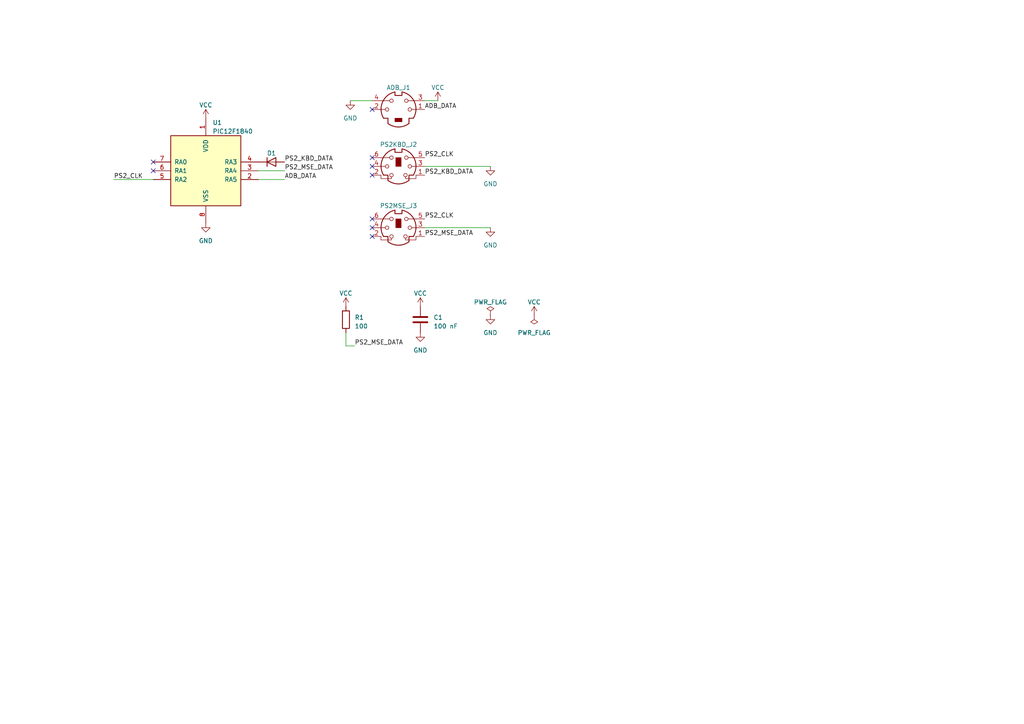
<source format=kicad_sch>
(kicad_sch (version 20230121) (generator eeschema)
  (paper "A4")
  (lib_symbols
    (symbol "Connector:Mini-DIN-4" (pin_names (offset 1.016))
      (property "Reference" "J" (at 0 6.35 0))
      (property "Value" "Mini-DIN-4" (at 0 -6.35 0))
      (symbol "Mini-DIN-4_0_1"
        (circle (center -3.302 0) (radius 0.508))
        (arc (start -3.048 -4.064) (mid 0 -5.08) (end 3.048 -4.064) (stroke (width 0.254)))
        (circle (center -2.032 2.54) (radius 0.508))
        (rectangle (start -1.016 -2.54) (end 1.016 -3.556) (fill (type outline)))
        (arc (start -1.016 5.08) (mid -4.6228 2.1214) (end -4.318 -2.54) (stroke (width 0.254)))
        (polyline (pts (xy -3.81 0) (xy -5.08 0)))
        (polyline (pts (xy -2.54 2.54) (xy -5.08 2.54)))
        (polyline (pts (xy 2.794 2.54) (xy 5.08 2.54)))
        (polyline (pts (xy 5.08 0) (xy 3.81 0)))
        (polyline (pts (xy -4.318 -2.54) (xy -3.048 -2.54) (xy -3.048 -4.064)) (stroke (width 0.254)))
        (polyline (pts (xy 4.318 -2.54) (xy 3.048 -2.54) (xy 3.048 -4.064)) (stroke (width 0.254)))
        (polyline (pts (xy -1.016 5.08) (xy -1.016 4.064) (xy 1.016 4.064) (xy 1.016 5.08)) (stroke (width 0.254)))
        (circle (center 2.286 2.54) (radius 0.508))
        (circle (center 3.302 0) (radius 0.508))
        (arc (start 4.318 -2.54) (mid 4.6661 2.1322) (end 1.016 5.08) (stroke (width 0.254)))
      )
      (symbol "Mini-DIN-4_1_1"
        (pin passive line (at 7.62 0 180) (length 2.54) (name "~") (number "1"))
        (pin passive line (at -7.62 0 0) (length 2.54) (name "~") (number "2"))
        (pin passive line (at 7.62 2.54 180) (length 2.54) (name "~") (number "3"))
        (pin passive line (at -7.62 2.54 0) (length 2.54) (name "~") (number "4"))
      )
    )
    (symbol "Connector:Mini-DIN-6" (pin_names (offset 1.016))
      (property "Reference" "J" (at 0 6.35 0))
      (property "Value" "Mini-DIN-6" (at 0 -6.35 0))
      (symbol "Mini-DIN-6_0_1"
        (circle (center -3.302 0) (radius 0.508))
        (arc (start -3.048 -4.064) (mid 0 -5.08) (end 3.048 -4.064) (stroke (width 0.254)))
        (circle (center -2.032 -2.54) (radius 0.508))
        (circle (center -2.032 2.54) (radius 0.508))
        (arc (start -1.016 5.08) (mid -4.6228 2.1214) (end -4.318 -2.54) (stroke (width 0.254)))
        (rectangle (start -0.762 2.54) (end 0.762 0) (fill (type outline)))
        (polyline (pts (xy -3.81 0) (xy -5.08 0)))
        (polyline (pts (xy -2.54 2.54) (xy -5.08 2.54)))
        (polyline (pts (xy 2.794 2.54) (xy 5.08 2.54)))
        (polyline (pts (xy 5.08 0) (xy 3.81 0)))
        (polyline (pts (xy -4.318 -2.54) (xy -3.048 -2.54) (xy -3.048 -4.064)) (stroke (width 0.254)))
        (polyline (pts (xy 4.318 -2.54) (xy 3.048 -2.54) (xy 3.048 -4.064)) (stroke (width 0.254)))
        (polyline (pts (xy -2.032 -3.048) (xy -2.032 -3.556) (xy -5.08 -3.556) (xy -5.08 -2.54)))
        (polyline (pts (xy -1.016 5.08) (xy -1.016 4.064) (xy 1.016 4.064) (xy 1.016 5.08)) (stroke (width 0.254)))
        (polyline (pts (xy 2.032 -3.048) (xy 2.032 -3.556) (xy 5.08 -3.556) (xy 5.08 -2.54)))
        (circle (center 2.032 -2.54) (radius 0.508))
        (circle (center 2.286 2.54) (radius 0.508))
        (circle (center 3.302 0) (radius 0.508))
        (arc (start 4.318 -2.54) (mid 4.6661 2.1322) (end 1.016 5.08) (stroke (width 0.254)))
      )
      (symbol "Mini-DIN-6_1_1"
        (pin passive line (at 7.62 -2.54 180) (length 2.54) (name "~") (number "1"))
        (pin passive line (at -7.62 -2.54 0) (length 2.54) (name "~") (number "2"))
        (pin passive line (at 7.62 0 180) (length 2.54) (name "~") (number "3"))
        (pin passive line (at -7.62 0 0) (length 2.54) (name "~") (number "4"))
        (pin passive line (at 7.62 2.54 180) (length 2.54) (name "~") (number "5"))
        (pin passive line (at -7.62 2.54 0) (length 2.54) (name "~") (number "6"))
      )
    )
    (symbol "Device:C" (pin_numbers hide) (pin_names (offset 0.254))
      (property "Reference" "C" (at 0.635 2.54 0))
      (property "Value" "C" (at 0.635 -2.54 0))
      (symbol "C_0_1"
        (polyline (pts (xy -2.032 -0.762) (xy 2.032 -0.762)) (stroke (width 0.508)))
        (polyline (pts (xy -2.032 0.762) (xy 2.032 0.762)) (stroke (width 0.508)))
      )
      (symbol "C_1_1"
        (pin passive line (at 0 3.81 270) (length 2.794) (name "~") (number "1"))
        (pin passive line (at 0 -3.81 90) (length 2.794) (name "~") (number "2"))
      )
    )
    (symbol "Device:R" (pin_numbers hide) (pin_names (offset 0))
      (property "Reference" "R" (at 2.032 0 90))
      (property "Value" "R" (at 0 0 90))
      (symbol "R_0_1"
        (rectangle (start -1.016 -2.54) (end 1.016 2.54) (stroke (width 0.254)))
      )
      (symbol "R_1_1"
        (pin passive line (at 0 3.81 270) (length 1.27) (name "~") (number "1"))
        (pin passive line (at 0 -3.81 90) (length 1.27) (name "~") (number "2"))
      )
    )
    (symbol "Diode:1N4148" (pin_numbers hide) (pin_names hide)
      (property "Reference" "D" (at 0 2.54 0))
      (property "Value" "1N4148" (at 0 -2.54 0))
      (symbol "1N4148_0_1"
        (polyline (pts (xy -1.27 1.27) (xy -1.27 -1.27)) (stroke (width 0.254)))
        (polyline (pts (xy 1.27 0) (xy -1.27 0)))
        (polyline (pts (xy 1.27 1.27) (xy 1.27 -1.27) (xy -1.27 0) (xy 1.27 1.27)) (stroke (width 0.254)))
      )
      (symbol "1N4148_1_1"
        (pin passive line (at -3.81 0 0) (length 2.54) (name "K") (number "1"))
        (pin passive line (at 3.81 0 180) (length 2.54) (name "A") (number "2"))
      )
    )
    (symbol "MCU_Microchip_PIC12:PIC12F1840-IP" (pin_names (offset 1.016))
      (property "Reference" "U" (at 1.27 13.97 0))
      (property "Value" "PIC12F1840-IP" (at 1.27 11.43 0))
      (symbol "PIC12F1840-IP_0_1"
        (rectangle (start 10.16 -10.16) (end -10.16 10.16) (stroke (width 0.254)) (fill (type background)))
      )
      (symbol "PIC12F1840-IP_1_1"
        (pin power_in line (at 0 15.24 270) (length 5.08) (name "VDD") (number "1"))
        (pin bidirectional line (at 15.24 -2.54 180) (length 5.08) (name "RA5") (number "2"))
        (pin bidirectional line (at 15.24 0 180) (length 5.08) (name "RA4") (number "3"))
        (pin input line (at 15.24 2.54 180) (length 5.08) (name "RA3") (number "4"))
        (pin bidirectional line (at -15.24 -2.54 0) (length 5.08) (name "RA2") (number "5"))
        (pin bidirectional line (at -15.24 0 0) (length 5.08) (name "RA1") (number "6"))
        (pin bidirectional line (at -15.24 2.54 0) (length 5.08) (name "RA0") (number "7"))
        (pin power_in line (at 0 -15.24 90) (length 5.08) (name "VSS") (number "8"))
      )
    )
    (symbol "power:GND" (power) (pin_names (offset 0))
      (property "Value" "GND" (at 0 -3.81 0))
      (symbol "GND_0_1"
        (polyline (pts (xy 0 0) (xy 0 -1.27) (xy 1.27 -1.27) (xy 0 -2.54) (xy -1.27 -1.27) (xy 0 -1.27)))
      )
      (symbol "GND_1_1"
        (pin power_in line (at 0 0 270) (length 0) hide (name "GND") (number "1"))
      )
    )
    (symbol "power:PWR_FLAG" (power) (pin_numbers hide) (pin_names (offset 0) hide)
      (property "Value" "PWR_FLAG" (at 0 3.81 0))
      (symbol "PWR_FLAG_0_0"
        (pin power_out line (at 0 0 90) (length 0) (name "pwr") (number "1"))
      )
      (symbol "PWR_FLAG_0_1"
        (polyline (pts (xy 0 0) (xy 0 1.27) (xy -1.016 1.905) (xy 0 2.54) (xy 1.016 1.905) (xy 0 1.27)))
      )
    )
    (symbol "power:VCC" (power) (pin_names (offset 0))
      (property "Value" "VCC" (at 0 3.81 0))
      (symbol "VCC_0_1"
        (polyline (pts (xy -0.762 1.27) (xy 0 2.54)))
        (polyline (pts (xy 0 0) (xy 0 2.54)))
        (polyline (pts (xy 0 2.54) (xy 0.762 1.27)))
      )
      (symbol "VCC_1_1"
        (pin power_in line (at 0 0 90) (length 0) hide (name "VCC") (number "1"))
      )
    )
  )
  (no_connect (at 107.95 63.5))
  (no_connect (at 107.95 48.26))
  (no_connect (at 107.95 66.04))
  (no_connect (at 107.95 68.58))
  (no_connect (at 44.45 49.53))
  (no_connect (at 107.95 31.75))
  (no_connect (at 44.45 46.99))
  (no_connect (at 107.95 45.72))
  (no_connect (at 107.95 50.8))
  (wire (pts (xy 82.55 52.07) (xy 74.93 52.07)))
  (wire (pts (xy 100.33 100.33) (xy 100.33 96.52)))
  (wire (pts (xy 123.19 66.04) (xy 142.24 66.04)))
  (wire (pts (xy 102.87 100.33) (xy 100.33 100.33)))
  (wire (pts (xy 82.55 49.53) (xy 74.93 49.53)))
  (wire (pts (xy 101.6 29.21) (xy 107.95 29.21)))
  (wire (pts (xy 123.19 48.26) (xy 142.24 48.26)))
  (wire (pts (xy 123.19 29.21) (xy 127 29.21)))
  (wire (pts (xy 33.02 52.07) (xy 44.45 52.07)))
  (label "PS2_KBD_DATA" (at 123.19 50.8 0))
  (label "PS2_CLK" (at 123.19 45.72 0))
  (label "PS2_MSE_DATA" (at 82.55 49.53 0))
  (label "PS2_MSE_DATA" (at 123.19 68.58 0))
  (label "PS2_KBD_DATA" (at 82.55 46.99 0))
  (label "ADB_DATA" (at 82.55 52.07 0))
  (label "PS2_MSE_DATA" (at 102.87 100.33 0))
  (label "PS2_CLK" (at 33.02 52.07 0))
  (label "ADB_DATA" (at 123.19 31.75 0))
  (label "PS2_CLK" (at 123.19 63.5 0))
  (symbol (lib_id "Connector:Mini-DIN-6") (at 115.57 48.26 0) (unit 1)
    (property "Reference" "PS2KBD_J2" (at 115.5877 41.91 0))
    (property "Value" "Mini-DIN-6" (effects hide))
    (property "Footprint" "PS2_mini_din_6:MINI-DIN-6-FULL-SHIELD" (effects hide))
    (property "Datasheet" "http://service.powerdynamics.com/ec/Catalog17/Section%2011.pdf" (effects hide))
  )
  (symbol (lib_id "Diode:1N4148") (at 78.74 46.99 0) (unit 1)
    (property "Reference" "D1" (at 78.74 44.45 0))
    (property "Value" "1N4148" (effects hide))
    (property "Footprint" "Diode_THT:D_DO-35_SOD27_P2.54mm_Vertical_KathodeUp" (effects hide))
    (property "Datasheet" "https://assets.nexperia.com/documents/data-sheet/1N4148_1N4448.pdf" (effects hide))
    (property "Sim.Device" "D" (effects hide))
    (property "Sim.Pins" "1=K 2=A" (effects hide))
  )
  (symbol (lib_id "MCU_Microchip_PIC12:PIC12F1840-IP") (at 59.69 49.53 0) (unit 1)
    (property "Reference" "U1" (at 61.6459 35.56 0) (effects (justify left)))
    (property "Value" "PIC12F1840" (at 61.6459 38.1 0) (effects (justify left)))
    (property "Footprint" "Package_DIP:DIP-8_W7.62mm" (effects hide))
    (property "Datasheet" "http://ww1.microchip.com/downloads/en/DeviceDoc/41441B.pdf" (effects hide))
  )
  (symbol (lib_id "power:GND") (at 142.24 48.26 0) (unit 1)
    (property "Reference" "#PWR010" (effects hide))
    (property "Value" "GND" (at 142.24 53.34 0))
  )
  (symbol (lib_id "power:VCC") (at 59.69 34.29 0) (unit 1)
    (property "Reference" "#PWR03" (effects hide))
    (property "Value" "VCC" (at 59.69 30.48 0))
  )
  (symbol (lib_id "power:VCC") (at 127 29.21 0) (unit 1)
    (property "Reference" "#PWR09" (effects hide))
    (property "Value" "VCC" (at 127 25.4 0))
  )
  (symbol (lib_id "power:GND") (at 142.24 66.04 0) (unit 1)
    (property "Reference" "#PWR011" (effects hide))
    (property "Value" "GND" (at 142.24 71.12 0))
  )
  (symbol (lib_id "power:GND") (at 59.69 64.77 0) (unit 1)
    (property "Reference" "#PWR04" (effects hide))
    (property "Value" "GND" (at 59.69 69.85 0))
  )
  (symbol (lib_id "Connector:Mini-DIN-6") (at 115.57 66.04 0) (unit 1)
    (property "Reference" "PS2MSE_J3" (at 115.5877 59.69 0))
    (property "Value" "Mini-DIN-6" (effects hide))
    (property "Footprint" "PS2_mini_din_6:MINI-DIN-6-FULL-SHIELD" (effects hide))
    (property "Datasheet" "http://service.powerdynamics.com/ec/Catalog17/Section%2011.pdf" (effects hide))
  )
  (symbol (lib_id "Device:R") (at 100.33 92.71 0) (unit 1)
    (property "Reference" "R1" (at 102.87 92.075 0) (effects (justify left)))
    (property "Value" "100" (at 102.87 94.615 0) (effects (justify left)))
    (property "Footprint" "Resistor_THT:R_Axial_DIN0204_L3.6mm_D1.6mm_P2.54mm_Vertical" (effects hide))
  )
  (symbol (lib_id "power:VCC") (at 154.94 91.44 0) (unit 1)
    (property "Reference" "#PWR06" (effects hide))
    (property "Value" "VCC" (at 154.94 87.63 0))
  )
  (symbol (lib_id "power:PWR_FLAG") (at 142.24 91.44 0) (unit 1)
    (property "Reference" "#FLG01" (effects hide))
    (property "Value" "PWR_FLAG" (at 142.24 87.63 0))
  )
  (symbol (lib_id "power:GND") (at 121.92 96.52 0) (unit 1)
    (property "Reference" "#PWR02" (effects hide))
    (property "Value" "GND" (at 121.92 101.6 0))
  )
  (symbol (lib_id "Connector:Mini-DIN-4") (at 115.57 31.75 0) (unit 1)
    (property "Reference" "ADB_J1" (at 115.5877 25.4 0))
    (property "Value" "Mini-DIN-4" (effects hide))
    (property "Footprint" "PS2_mini_din_6:MINI-DIN-4-FULL-SHIELD" (effects hide))
    (property "Datasheet" "http://service.powerdynamics.com/ec/Catalog17/Section%2011.pdf" (effects hide))
  )
  (symbol (lib_id "power:VCC") (at 121.92 88.9 0) (unit 1)
    (property "Reference" "#PWR01" (effects hide))
    (property "Value" "VCC" (at 121.92 85.09 0))
  )
  (symbol (lib_id "power:GND") (at 101.6 29.21 0) (unit 1)
    (property "Reference" "#PWR08" (effects hide))
    (property "Value" "GND" (at 101.6 34.29 0))
  )
  (symbol (lib_id "power:GND") (at 142.24 91.44 0) (unit 1)
    (property "Reference" "#PWR05" (effects hide))
    (property "Value" "GND" (at 142.24 96.52 0))
  )
  (symbol (lib_id "power:VCC") (at 100.33 88.9 0) (unit 1)
    (property "Reference" "#PWR07" (effects hide))
    (property "Value" "VCC" (at 100.33 85.09 0))
  )
  (symbol (lib_id "Device:C") (at 121.92 92.71 0) (unit 1)
    (property "Reference" "C1" (at 125.73 92.075 0) (effects (justify left)))
    (property "Value" "100 nF" (at 125.73 94.615 0) (effects (justify left)))
    (property "Footprint" "Capacitor_THT:C_Disc_D3.0mm_W1.6mm_P2.50mm" (effects hide))
  )
  (symbol (lib_id "power:PWR_FLAG") (at 154.94 91.44 180) (unit 1)
    (property "Reference" "#FLG02" (effects hide))
    (property "Value" "PWR_FLAG" (at 154.94 96.52 0))
  )
)
</source>
